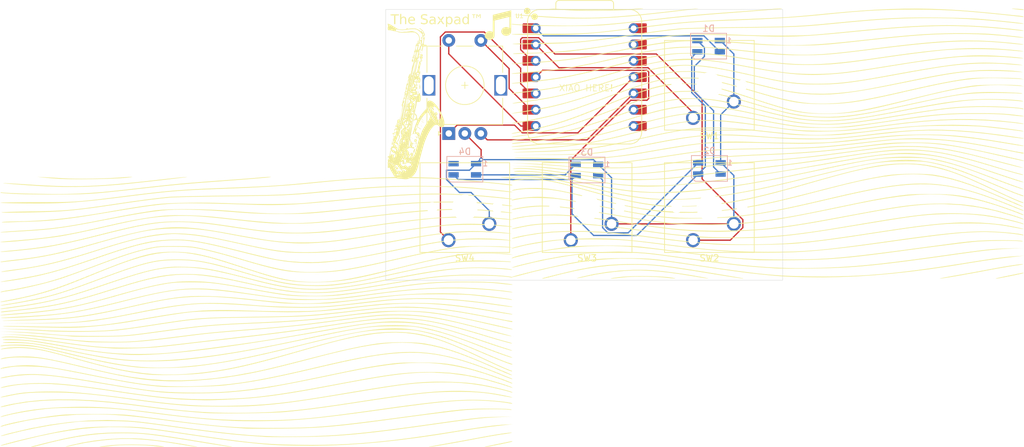
<source format=kicad_pcb>
(kicad_pcb (version 20241229) (generator "pcbnew") (generator_version "9.0")
  (layers (0 "F.Cu" signal) (2 "B.Cu" signal) (13 "F.Paste" user) (15 "B.Paste" user) (5 "F.SilkS" user "F.Silkscreen") (7 "B.SilkS" user "B.Silkscreen") (1 "F.Mask" user) (3 "B.Mask" user) (25 "Edge.Cuts" user))
  (net 0 "")
  (net 1 "Net-(D1-DIN)")
  (net 2 "GND")
  (net 3 "Net-(D1-DOUT)")
  (net 4 "+5V")
  (net 5 "Net-(D2-DOUT)")
  (net 6 "Net-(D3-DOUT)")
  (net 8 "Net-(U1-GPIO27{slash}ADC1{slash}A1)")
  (net 9 "Net-(U1-GPIO28{slash}ADC2{slash}A2)")
  (net 10 "Net-(U1-GPIO29{slash}ADC3{slash}A3)")
  (net 11 "Net-(U1-GPIO6{slash}SDA)")
  (net 12 "Net-(U1-GPIO0{slash}TX)")
  (net 13 "Net-(U1-GPIO3{slash}MOSI)")
  (net 14 "Net-(U1-GPIO4{slash}MISO)")
  (net 15 "Net-(U1-GPIO7{slash}SCL)")
  (footprint "LOGO" (layer "F.Cu") (at 34.2138 104.521)
    (property "Reference" "G***" (hide yes))
    (property "Value" "LOGO" (hide yes))
  )
  (footprint "LOGO" (layer "F.Cu") (at 71.8312 59.8424)
    (property "Reference" "G***" (hide yes))
    (property "Value" "LOGO" (hide yes))
  )
  (footprint "Button_Switch_Keyboard:SW_Cherry_MX_1.00u_PCB" (layer "F.Cu") (at 64.135 93.345 180)
    (property "Reference" "SW4" (at -2.54 -2.794 0) (layer "F.SilkS"))
    (property "Value" "SW_Push")
    (pad "" np_thru_hole circle (at -7.62 5.08 180) (size 1.7 1.7) (drill 1.7) (layers "*.Cu" "*.Mask"))
    (pad "" np_thru_hole circle (at -2.54 5.08 180) (size 4 4) (drill 4) (layers "*.Cu" "*.Mask"))
    (pad "" np_thru_hole circle (at 2.54 5.08 180) (size 1.7 1.7) (drill 1.7) (layers "*.Cu" "*.Mask"))
    (pad "1" thru_hole circle (at 0 0 180) (size 2.2 2.2) (drill 1.5) (layers "*.Cu" "*.Mask") (net 11 "Net-(U1-GPIO6{slash}SDA)"))
    (pad "2" thru_hole circle (at -6.35 2.54 180) (size 2.2 2.2) (drill 1.5) (layers "*.Cu" "*.Mask") (net 2 "GND"))
  )
  (footprint "Button_Switch_Keyboard:SW_Cherry_MX_1.00u_PCB" (layer "F.Cu") (at 102.235 93.345 180)
    (property "Reference" "SW2" (at -2.54 -2.794 0) (layer "F.SilkS"))
    (property "Value" "SW_Push")
    (pad "" np_thru_hole circle (at -7.62 5.08 180) (size 1.7 1.7) (drill 1.7) (layers "*.Cu" "*.Mask"))
    (pad "" np_thru_hole circle (at -2.54 5.08 180) (size 4 4) (drill 4) (layers "*.Cu" "*.Mask"))
    (pad "" np_thru_hole circle (at 2.54 5.08 180) (size 1.7 1.7) (drill 1.7) (layers "*.Cu" "*.Mask"))
    (pad "1" thru_hole circle (at 0 0 180) (size 2.2 2.2) (drill 1.5) (layers "*.Cu" "*.Mask") (net 9 "Net-(U1-GPIO28{slash}ADC2{slash}A2)"))
    (pad "2" thru_hole circle (at -6.35 2.54 180) (size 2.2 2.2) (drill 1.5) (layers "*.Cu" "*.Mask") (net 2 "GND"))
  )
  (footprint "Button_Switch_Keyboard:SW_Cherry_MX_1.00u_PCB" (layer "F.Cu") (at 102.235 74.295 180)
    (property "Reference" "SW1" (at -2.54 -2.794 0) (layer "F.SilkS"))
    (property "Value" "SW_Push")
    (pad "" np_thru_hole circle (at -7.62 5.08 180) (size 1.7 1.7) (drill 1.7) (layers "*.Cu" "*.Mask"))
    (pad "" np_thru_hole circle (at -2.54 5.08 180) (size 4 4) (drill 4) (layers "*.Cu" "*.Mask"))
    (pad "" np_thru_hole circle (at 2.54 5.08 180) (size 1.7 1.7) (drill 1.7) (layers "*.Cu" "*.Mask"))
    (pad "1" thru_hole circle (at 0 0 180) (size 2.2 2.2) (drill 1.5) (layers "*.Cu" "*.Mask") (net 8 "Net-(U1-GPIO27{slash}ADC1{slash}A1)"))
    (pad "2" thru_hole circle (at -6.35 2.54 180) (size 2.2 2.2) (drill 1.5) (layers "*.Cu" "*.Mask") (net 2 "GND"))
  )
  (footprint "LOGO" (layer "F.Cu") (at 58.236908 71.653429)
    (property "Reference" "G***" (hide yes))
    (property "Value" "LOGO" (hide yes))
  )
  (footprint "LOGO" (layer "F.Cu") (at 113.8428 78.2828)
    (property "Reference" "G***" (hide yes))
    (property "Value" "LOGO" (hide yes))
  )
  (footprint "OPL LIB:XIAO-RP2040-DIP" (layer "F.Cu") (at 85.344 67.945)
    (property "Reference" "U1" (at -10.16 -9.525 0) (layer "F.SilkS") (effects (font (size 0.635 0.635) (thickness 0.1016))))
    (property "Value" "XIAO-RP2040-DIP")
    (pad "1" smd roundrect (at -8.455 -7.62 180) (size 2.432 1.524) (layers "F.Cu" "F.Mask") (roundrect_rratio 0.1) (net 1 "Net-(D1-DIN)"))
    (pad "1" thru_hole circle (at -7.62 -7.62 180) (size 1.524 1.524) (drill 0.889) (layers "*.Cu" "*.Mask") (net 1 "Net-(D1-DIN)"))
    (pad "2" smd roundrect (at -8.455 -5.08 180) (size 2.432 1.524) (layers "F.Cu" "F.Mask") (roundrect_rratio 0.1) (net 8 "Net-(U1-GPIO27{slash}ADC1{slash}A1)"))
    (pad "2" thru_hole circle (at -7.62 -5.08 180) (size 1.524 1.524) (drill 0.889) (layers "*.Cu" "*.Mask") (net 8 "Net-(U1-GPIO27{slash}ADC1{slash}A1)"))
    (pad "3" smd roundrect (at -8.455 -2.54 180) (size 2.432 1.524) (layers "F.Cu" "F.Mask") (roundrect_rratio 0.1) (net 9 "Net-(U1-GPIO28{slash}ADC2{slash}A2)"))
    (pad "3" thru_hole circle (at -7.62 -2.54 180) (size 1.524 1.524) (drill 0.889) (layers "*.Cu" "*.Mask") (net 9 "Net-(U1-GPIO28{slash}ADC2{slash}A2)"))
    (pad "4" smd roundrect (at -8.455 0 180) (size 2.432 1.524) (layers "F.Cu" "F.Mask") (roundrect_rratio 0.1) (net 10 "Net-(U1-GPIO29{slash}ADC3{slash}A3)"))
    (pad "4" thru_hole circle (at -7.62 0 180) (size 1.524 1.524) (drill 0.889) (layers "*.Cu" "*.Mask") (net 10 "Net-(U1-GPIO29{slash}ADC3{slash}A3)"))
    (pad "5" smd roundrect (at -8.455 2.54 180) (size 2.432 1.524) (layers "F.Cu" "F.Mask") (roundrect_rratio 0.1) (net 11 "Net-(U1-GPIO6{slash}SDA)"))
    (pad "5" thru_hole circle (at -7.62 2.54 180) (size 1.524 1.524) (drill 0.889) (layers "*.Cu" "*.Mask") (net 11 "Net-(U1-GPIO6{slash}SDA)"))
    (pad "6" smd roundrect (at -8.455 5.08 180) (size 2.432 1.524) (layers "F.Cu" "F.Mask") (roundrect_rratio 0.1) (net 15 "Net-(U1-GPIO7{slash}SCL)"))
    (pad "6" thru_hole circle (at -7.62 5.08 180) (size 1.524 1.524) (drill 0.889) (layers "*.Cu" "*.Mask") (net 15 "Net-(U1-GPIO7{slash}SCL)"))
    (pad "7" smd roundrect (at -8.455 7.62 180) (size 2.432 1.524) (layers "F.Cu" "F.Mask") (roundrect_rratio 0.1) (net 12 "Net-(U1-GPIO0{slash}TX)"))
    (pad "7" thru_hole circle (at -7.62 7.62 180) (size 1.524 1.524) (drill 0.889) (layers "*.Cu" "*.Mask") (net 12 "Net-(U1-GPIO0{slash}TX)"))
    (pad "8" thru_hole circle (at 7.62 7.62) (size 1.524 1.524) (drill 0.889) (layers "*.Cu" "*.Mask"))
    (pad "8" smd roundrect (at 8.455 7.62) (size 2.432 1.524) (layers "F.Cu" "F.Mask") (roundrect_rratio 0.1))
    (pad "9" thru_hole circle (at 7.62 5.08) (size 1.524 1.524) (drill 0.889) (layers "*.Cu" "*.Mask"))
    (pad "9" smd roundrect (at 8.455 5.08) (size 2.432 1.524) (layers "F.Cu" "F.Mask") (roundrect_rratio 0.1))
    (pad "10" thru_hole circle (at 7.62 2.54) (size 1.524 1.524) (drill 0.889) (layers "*.Cu" "*.Mask") (net 14 "Net-(U1-GPIO4{slash}MISO)"))
    (pad "10" smd roundrect (at 8.455 2.54) (size 2.432 1.524) (layers "F.Cu" "F.Mask") (roundrect_rratio 0.1) (net 14 "Net-(U1-GPIO4{slash}MISO)"))
    (pad "11" thru_hole circle (at 7.62 0) (size 1.524 1.524) (drill 0.889) (layers "*.Cu" "*.Mask") (net 13 "Net-(U1-GPIO3{slash}MOSI)"))
    (pad "11" smd roundrect (at 8.455 0) (size 2.432 1.524) (layers "F.Cu" "F.Mask") (roundrect_rratio 0.1) (net 13 "Net-(U1-GPIO3{slash}MOSI)"))
    (pad "12" thru_hole circle (at 7.62 -2.54) (size 1.524 1.524) (drill 0.889) (layers "*.Cu" "*.Mask"))
    (pad "12" smd roundrect (at 8.455 -2.54) (size 2.432 1.524) (layers "F.Cu" "F.Mask") (roundrect_rratio 0.1))
    (pad "13" thru_hole circle (at 7.62 -5.08) (size 1.524 1.524) (drill 0.889) (layers "*.Cu" "*.Mask"))
    (pad "13" smd roundrect (at 8.455 -5.08) (size 2.432 1.524) (layers "F.Cu" "F.Mask") (roundrect_rratio 0.1))
    (pad "14" thru_hole circle (at 7.62 -7.62) (size 1.524 1.524) (drill 0.889) (layers "*.Cu" "*.Mask"))
    (pad "14" smd roundrect (at 8.455 -7.62) (size 2.432 1.524) (layers "F.Cu" "F.Mask") (roundrect_rratio 0.1))
  )
  (footprint "Rotary_Encoder:RotaryEncoder_Alps_EC11E-Switch_Vertical_H20mm" (layer "F.Cu") (at 64.175 76.719 90)
    (property "Reference" "SW12" (hide yes))
    (property "Value" "RotaryEncoder_Switch")
    (pad "A" thru_hole rect (at 0 0 90) (size 2 2) (drill 1) (layers "*.Cu" "*.Mask") (net 13 "Net-(U1-GPIO3{slash}MOSI)"))
    (pad "B" thru_hole circle (at 0 5 90) (size 2 2) (drill 1) (layers "*.Cu" "*.Mask") (net 14 "Net-(U1-GPIO4{slash}MISO)"))
    (pad "C" thru_hole circle (at 0 2.5 90) (size 2 2) (drill 1) (layers "*.Cu" "*.Mask") (net 2 "GND"))
    (pad "MP" thru_hole rect (at 7.5 -3.1 90) (size 3.2 2) (drill oval 2.8 1.5) (layers "*.Cu" "*.Mask"))
    (pad "MP" thru_hole rect (at 7.5 8.1 90) (size 3.2 2) (drill oval 2.8 1.5) (layers "*.Cu" "*.Mask"))
    (pad "S1" thru_hole circle (at 14.5 5 90) (size 2 2) (drill 1) (layers "*.Cu" "*.Mask") (net 15 "Net-(U1-GPIO7{slash}SCL)"))
    (pad "S2" thru_hole circle (at 14.5 0 90) (size 2 2) (drill 1) (layers "*.Cu" "*.Mask") (net 12 "Net-(U1-GPIO0{slash}TX)"))
  )
  (footprint "Button_Switch_Keyboard:SW_Cherry_MX_1.00u_PCB" (layer "F.Cu") (at 83.185 93.345 180)
    (property "Reference" "SW3" (at -2.54 -2.794 0) (layer "F.SilkS"))
    (property "Value" "SW_Push")
    (pad "" np_thru_hole circle (at -7.62 5.08 180) (size 1.7 1.7) (drill 1.7) (layers "*.Cu" "*.Mask"))
    (pad "" np_thru_hole circle (at -2.54 5.08 180) (size 4 4) (drill 4) (layers "*.Cu" "*.Mask"))
    (pad "" np_thru_hole circle (at 2.54 5.08 180) (size 1.7 1.7) (drill 1.7) (layers "*.Cu" "*.Mask"))
    (pad "1" thru_hole circle (at 0 0 180) (size 2.2 2.2) (drill 1.5) (layers "*.Cu" "*.Mask") (net 10 "Net-(U1-GPIO29{slash}ADC3{slash}A3)"))
    (pad "2" thru_hole circle (at -6.35 2.54 180) (size 2.2 2.2) (drill 1.5) (layers "*.Cu" "*.Mask") (net 2 "GND"))
  )
  (footprint "LED_SMD:LED_SK6812MINI_PLCC4_3.5x3.5mm_P1.75mm" (layer "B.Cu") (at 104.648 63.119 180)
    (property "Reference" "D1" (at 0 2.75 0) (layer "B.SilkS") (effects (justify mirror)))
    (property "Value" "SK6812")
    (fp_text user "1" (at -3.2 0.875 0) (layer "B.SilkS") (effects (font (size 0.8 0.8)) (justify mirror)))
    (pad "1" smd rect (at -1.75 0.875 180) (size 1.6 0.85) (layers "B.Cu" "B.Mask" "B.Paste") (net 2 "GND"))
    (pad "2" smd rect (at -1.75 -0.875 180) (size 1.6 0.85) (layers "B.Cu" "B.Mask" "B.Paste") (net 1 "Net-(D1-DIN)"))
    (pad "3" smd rect (at 1.75 -0.875 180) (size 1.6 0.85) (layers "B.Cu" "B.Mask" "B.Paste") (net 4 "+5V"))
    (pad "4" smd rect (at 1.75 0.875 180) (size 1.6 0.85) (layers "B.Cu" "B.Mask" "B.Paste") (net 3 "Net-(D1-DOUT)"))
  )
  (footprint "LED_SMD:LED_SK6812MINI_PLCC4_3.5x3.5mm_P1.75mm" (layer "B.Cu") (at 104.775 82.169 180)
    (property "Reference" "D2" (at 0 2.75 0) (layer "B.SilkS") (effects (justify mirror)))
    (property "Value" "SK6812")
    (fp_text user "1" (at -3.2 0.875 0) (layer "B.SilkS") (effects (font (size 0.8 0.8)) (justify mirror)))
    (pad "1" smd rect (at -1.75 0.875 180) (size 1.6 0.85) (layers "B.Cu" "B.Mask" "B.Paste") (net 2 "GND"))
    (pad "2" smd rect (at -1.75 -0.875 180) (size 1.6 0.85) (layers "B.Cu" "B.Mask" "B.Paste") (net 3 "Net-(D1-DOUT)"))
    (pad "3" smd rect (at 1.75 -0.875 180) (size 1.6 0.85) (layers "B.Cu" "B.Mask" "B.Paste") (net 4 "+5V"))
    (pad "4" smd rect (at 1.75 0.875 180) (size 1.6 0.85) (layers "B.Cu" "B.Mask" "B.Paste") (net 5 "Net-(D2-DOUT)"))
  )
  (footprint "LED_SMD:LED_SK6812MINI_PLCC4_3.5x3.5mm_P1.75mm" (layer "B.Cu") (at 66.675 82.296 180)
    (property "Reference" "D4" (at 0 2.75 0) (layer "B.SilkS") (effects (justify mirror)))
    (property "Value" "SK6812")
    (fp_text user "1" (at -3.2 0.875 0) (layer "B.SilkS") (effects (font (size 0.8 0.8)) (justify mirror)))
    (pad "1" smd rect (at -1.75 0.875 180) (size 1.6 0.85) (layers "B.Cu" "B.Mask" "B.Paste") (net 2 "GND"))
    (pad "2" smd rect (at -1.75 -0.875 180) (size 1.6 0.85) (layers "B.Cu" "B.Mask" "B.Paste") (net 6 "Net-(D3-DOUT)"))
    (pad "3" smd rect (at 1.75 -0.875 180) (size 1.6 0.85) (layers "B.Cu" "B.Mask" "B.Paste") (net 4 "+5V"))
    (pad "4" smd rect (at 1.75 0.875 180) (size 1.6 0.85) (layers "B.Cu" "B.Mask" "B.Paste"))
  )
  (footprint "LED_SMD:LED_SK6812MINI_PLCC4_3.5x3.5mm_P1.75mm" (layer "B.Cu") (at 85.697 82.409 180)
    (property "Reference" "D3" (at 0 2.75 0) (layer "B.SilkS") (effects (justify mirror)))
    (property "Value" "SK6812")
    (fp_text user "1" (at -3.2 0.875 0) (layer "B.SilkS") (effects (font (size 0.8 0.8)) (justify mirror)))
    (pad "1" smd rect (at -1.75 0.875 180) (size 1.6 0.85) (layers "B.Cu" "B.Mask" "B.Paste") (net 2 "GND"))
    (pad "2" smd rect (at -1.75 -0.875 180) (size 1.6 0.85) (layers "B.Cu" "B.Mask" "B.Paste") (net 5 "Net-(D2-DOUT)"))
    (pad "3" smd rect (at 1.75 -0.875 180) (size 1.6 0.85) (layers "B.Cu" "B.Mask" "B.Paste") (net 4 "+5V"))
    (pad "4" smd rect (at 1.75 0.875 180) (size 1.6 0.85) (layers "B.Cu" "B.Mask" "B.Paste") (net 6 "Net-(D3-DOUT)"))
  )
  (gr_rect (start 54.356 57.404) (end 116.205 99.568) (stroke (width 0.05)) (fill no) (layer "Edge.Cuts"))
  (gr_text "XIAO HERE!" (at 81.28 70.231 0) (layer "F.SilkS") (effects (font (size 1 1) (thickness 0.1)) (justify left bottom)))
  (gr_text "The Saxpad™" (at 55.118 59.944 0) (layer "F.SilkS") (effects (font (size 1.5 1.5) (thickness 0.125)) (justify left bottom)))
  (segment (start 106.398 63.994) (end 103.922 61.518) (width 0.2) (layer "B.Cu") (net 1))
  (segment (start 103.922 61.518) (end 78.917 61.518) (width 0.2) (layer "B.Cu") (net 1))
  (segment (start 78.917 61.518) (end 77.724 60.325) (width 0.2) (layer "B.Cu") (net 1))
  (segment (start 69.215 79.259) (end 69.215 80.796) (width 0.2) (layer "F.Cu") (net 2))
  (segment (start 66.675 76.719) (end 69.215 79.259) (width 0.2) (layer "F.Cu") (net 2))
  (segment (start 89.535 90.805) (end 108.585 90.805) (width 0.2) (layer "F.Cu") (net 2))
  (via (at 69.215 80.796) (size 0.6) (drill 0.3) (layers "F.Cu" "B.Cu") (net 2))
  (segment (start 87.447 81.534) (end 89.535 83.622) (width 0.2) (layer "B.Cu") (net 2))
  (segment (start 89.535 83.622) (end 89.535 90.805) (width 0.2) (layer "B.Cu") (net 2))
  (segment (start 68.425 81.421) (end 67.401 82.445) (width 0.2) (layer "B.Cu") (net 2))
  (segment (start 69.215 80.796) (end 86.709 80.796) (width 0.2) (layer "B.Cu") (net 2))
  (segment (start 65.841 85.914) (end 67.648816 85.914) (width 0.2) (layer "B.Cu") (net 2))
  (segment (start 108.585 71.755) (end 108.585 64.354) (width 0.2) (layer "B.Cu") (net 2))
  (segment (start 70.485 88.750184) (end 70.485 90.805) (width 0.2) (layer "B.Cu") (net 2))
  (segment (start 67.648816 85.914) (end 70.485 88.750184) (width 0.2) (layer "B.Cu") (net 2))
  (segment (start 108.585 90.805) (end 108.585 83.277) (width 0.2) (layer "B.Cu") (net 2))
  (segment (start 67.401 82.445) (end 63.824 82.445) (width 0.2) (layer "B.Cu") (net 2))
  (segment (start 108.585 64.354) (end 106.475 62.244) (width 0.2) (layer "B.Cu") (net 2))
  (segment (start 63.824 83.897) (end 65.841 85.914) (width 0.2) (layer "B.Cu") (net 2))
  (segment (start 106.602 81.294) (end 106.525 81.294) (width 0.2) (layer "B.Cu") (net 2))
  (segment (start 108.585 83.277) (end 106.602 81.294) (width 0.2) (layer "B.Cu") (net 2))
  (segment (start 106.525 81.294) (end 106.525 73.815) (width 0.2) (layer "B.Cu") (net 2))
  (segment (start 63.824 82.445) (end 63.824 83.897) (width 0.2) (layer "B.Cu") (net 2))
  (segment (start 106.475 62.244) (end 106.398 62.244) (width 0.2) (layer "B.Cu") (net 2))
  (segment (start 106.525 73.815) (end 108.585 71.755) (width 0.2) (layer "B.Cu") (net 2))
  (segment (start 86.709 80.796) (end 87.447 81.534) (width 0.2) (layer "B.Cu") (net 2))
  (segment (start 69.05 80.796) (end 69.215 80.796) (width 0.2) (layer "B.Cu") (net 2))
  (segment (start 68.425 81.421) (end 69.05 80.796) (width 0.2) (layer "B.Cu") (net 2))
  (segment (start 103.999 64.72) (end 103.999 63.345) (width 0.2) (layer "B.Cu") (net 3))
  (segment (start 102.424 70.188816) (end 102.424 66.295) (width 0.2) (layer "B.Cu") (net 3))
  (segment (start 103.999 63.345) (end 102.898 62.244) (width 0.2) (layer "B.Cu") (net 3))
  (segment (start 105.424 73.188816) (end 102.424 70.188816) (width 0.2) (layer "B.Cu") (net 3))
  (segment (start 105.424 81.943) (end 105.424 73.188816) (width 0.2) (layer "B.Cu") (net 3))
  (segment (start 102.424 66.295) (end 103.999 64.72) (width 0.2) (layer "B.Cu") (net 3))
  (segment (start 106.525 83.044) (end 105.424 81.943) (width 0.2) (layer "B.Cu") (net 3))
  (segment (start 102.023 64.869) (end 102.898 63.994) (width 0.2) (layer "B.Cu") (net 4))
  (segment (start 83.947 83.284) (end 83.334 83.897) (width 0.2) (layer "B.Cu") (net 4))
  (segment (start 86.742184 92.607) (end 83.374 89.238816) (width 0.2) (layer "B.Cu") (net 4))
  (segment (start 65.651 83.897) (end 64.925 83.171) (width 0.2) (layer "B.Cu") (net 4))
  (segment (start 103.025 83.044) (end 104.14 81.929) (width 0.2) (layer "B.Cu") (net 4))
  (segment (start 102.023 70.354916) (end 102.023 64.869) (width 0.2) (layer "B.Cu") (net 4))
  (segment (start 104.14 81.929) (end 104.14 72.471916) (width 0.2) (layer "B.Cu") (net 4))
  (segment (start 83.374 83.857) (end 83.947 83.284) (width 0.2) (layer "B.Cu") (net 4))
  (segment (start 83.374 89.238816) (end 83.374 83.857) (width 0.2) (layer "B.Cu") (net 4))
  (segment (start 103.025 83.044) (end 93.462 92.607) (width 0.2) (layer "B.Cu") (net 4))
  (segment (start 104.14 72.471916) (end 102.023 70.354916) (width 0.2) (layer "B.Cu") (net 4))
  (segment (start 83.334 83.897) (end 65.651 83.897) (width 0.2) (layer "B.Cu") (net 4))
  (segment (start 93.462 92.607) (end 86.742184 92.607) (width 0.2) (layer "B.Cu") (net 4))
  (segment (start 92.113 92.206) (end 103.025 81.294) (width 0.2) (layer "B.Cu") (net 5))
  (segment (start 88.954686 92.206) (end 92.113 92.206) (width 0.2) (layer "B.Cu") (net 5))
  (segment (start 88.134 83.971) (end 88.134 91.385314) (width 0.2) (layer "B.Cu") (net 5))
  (segment (start 87.447 83.284) (end 88.134 83.971) (width 0.2) (layer "B.Cu") (net 5))
  (segment (start 88.134 91.385314) (end 88.954686 92.206) (width 0.2) (layer "B.Cu") (net 5))
  (segment (start 68.425 83.171) (end 82.31 83.171) (width 0.2) (layer "B.Cu") (net 6))
  (segment (start 82.31 83.171) (end 83.947 81.534) (width 0.2) (layer "B.Cu") (net 6))
  (segment (start 95.220726 66.481) (end 81.34 66.481) (width 0.2) (layer "F.Cu") (net 8))
  (segment (start 102.235 74.295) (end 102.235 73.495274) (width 0.2) (layer "F.Cu") (net 8))
  (segment (start 81.34 66.481) (end 77.724 62.865) (width 0.2) (layer "F.Cu") (net 8))
  (segment (start 102.235 73.495274) (end 95.220726 66.481) (width 0.2) (layer "F.Cu") (net 8))
  (segment (start 78.16431 61.802) (end 75.633374 61.802) (width 0.2) (layer "F.Cu") (net 9))
  (segment (start 96.52047 64.342) (end 80.70431 64.342) (width 0.2) (layer "F.Cu") (net 9))
  (segment (start 102.235 93.345) (end 108.026314 93.345) (width 0.2) (layer "F.Cu") (net 9))
  (segment (start 77.110374 65.405) (end 77.724 65.405) (width 0.2) (layer "F.Cu") (net 9))
  (segment (start 75.372 62.063374) (end 75.372 63.666626) (width 0.2) (layer "F.Cu") (net 9))
  (segment (start 80.70431 64.342) (end 78.16431 61.802) (width 0.2) (layer "F.Cu") (net 9))
  (segment (start 109.986 90.151184) (end 103.636 83.801184) (width 0.2) (layer "F.Cu") (net 9))
  (segment (start 109.986 91.385314) (end 109.986 90.151184) (width 0.2) (layer "F.Cu") (net 9))
  (segment (start 103.636 83.801184) (end 103.636 71.45753) (width 0.2) (layer "F.Cu") (net 9))
  (segment (start 75.633374 61.802) (end 75.372 62.063374) (width 0.2) (layer "F.Cu") (net 9))
  (segment (start 75.372 63.666626) (end 77.110374 65.405) (width 0.2) (layer "F.Cu") (net 9))
  (segment (start 103.636 71.45753) (end 96.52047 64.342) (width 0.2) (layer "F.Cu") (net 9))
  (segment (start 108.026314 93.345) (end 109.986 91.385314) (width 0.2) (layer "F.Cu") (net 9))
  (segment (start 83.185 93.345) (end 83.185 80.88669) (width 0.2) (layer "F.Cu") (net 10))
  (segment (start 95.316 67.143374) (end 95.054626 66.882) (width 0.2) (layer "F.Cu") (net 10))
  (segment (start 95.054626 66.882) (end 78.787 66.882) (width 0.2) (layer "F.Cu") (net 10))
  (segment (start 83.185 80.88669) (end 92.52369 71.548) (width 0.2) (layer "F.Cu") (net 10))
  (segment (start 92.52369 71.548) (end 95.054626 71.548) (width 0.2) (layer "F.Cu") (net 10))
  (segment (start 95.316 71.286626) (end 95.316 67.143374) (width 0.2) (layer "F.Cu") (net 10))
  (segment (start 78.787 66.882) (end 77.724 67.945) (width 0.2) (layer "F.Cu") (net 10))
  (segment (start 95.054626 71.548) (end 95.316 71.286626) (width 0.2) (layer "F.Cu") (net 10))
  (segment (start 62.874 61.680108) (end 63.636108 60.918) (width 0.2) (layer "F.Cu") (net 11))
  (segment (start 69.713892 60.918) (end 75.372 66.576108) (width 0.2) (layer "F.Cu") (net 11))
  (segment (start 63.636108 60.918) (end 69.713892 60.918) (width 0.2) (layer "F.Cu") (net 11))
  (segment (start 75.372 66.576108) (end 75.372 68.968) (width 0.2) (layer "F.Cu") (net 11))
  (segment (start 75.372 68.968) (end 76.889 70.485) (width 0.2) (layer "F.Cu") (net 11))
  (segment (start 64.135 93.345) (end 62.874 92.084) (width 0.2) (layer "F.Cu") (net 11))
  (segment (start 62.874 92.084) (end 62.874 61.680108) (width 0.2) (layer "F.Cu") (net 11))
  (segment (start 75.419 75.565) (end 77.724 75.565) (width 0.2) (layer "F.Cu") (net 12))
  (segment (start 64.175 62.219) (end 64.175 64.321) (width 0.2) (layer "F.Cu") (net 12))
  (segment (start 64.175 64.321) (end 75.419 75.565) (width 0.2) (layer "F.Cu") (net 12))
  (segment (start 84.281 76.628) (end 92.964 67.945) (width 0.2) (layer "F.Cu") (net 13))
  (segment (start 65.476 75.418) (end 74.423374 75.418) (width 0.2) (layer "F.Cu") (net 13))
  (segment (start 74.423374 75.418) (end 75.633374 76.628) (width 0.2) (layer "F.Cu") (net 13))
  (segment (start 64.175 76.719) (end 65.476 75.418) (width 0.2) (layer "F.Cu") (net 13))
  (segment (start 75.633374 76.628) (end 84.281 76.628) (width 0.2) (layer "F.Cu") (net 13))
  (segment (start 70.175 77.719) (end 85.73 77.719) (width 0.2) (layer "F.Cu") (net 14))
  (segment (start 69.175 76.719) (end 70.175 77.719) (width 0.2) (layer "F.Cu") (net 14))
  (segment (start 85.73 77.719) (end 92.964 70.485) (width 0.2) (layer "F.Cu") (net 14))
  (segment (start 73.576 69.712) (end 76.889 73.025) (width 0.2) (layer "F.Cu") (net 15))
  (segment (start 69.175 62.219) (end 73.576 66.62) (width 0.2) (layer "F.Cu") (net 15))
  (segment (start 73.576 66.62) (end 73.576 69.712) (width 0.2) (layer "F.Cu") (net 15))
)
</source>
